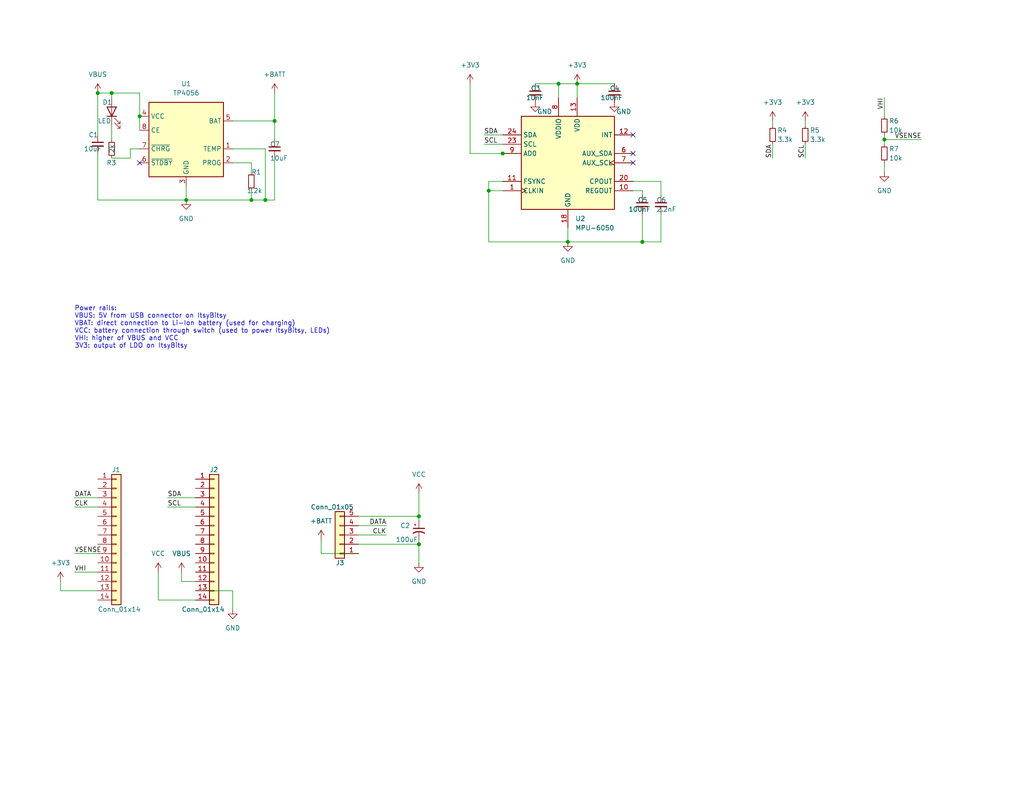
<source format=kicad_sch>
(kicad_sch (version 20211123) (generator eeschema)
  (paper "USLetter")
  (lib_symbols
    (symbol "Connector_Generic:Conn_01x05" (pin_names (offset 1.016) hide)
      (property "Reference" "J" (at 0 7.62 0))
      (property "Value" "Conn_01x05" (at 0 -7.62 0))
      (symbol "Conn_01x05_1_1"
        (rectangle (start -1.27 -4.953) (end 0 -5.207) (stroke (width 0.1524)))
        (rectangle (start -1.27 -2.413) (end 0 -2.667) (stroke (width 0.1524)))
        (rectangle (start -1.27 0.127) (end 0 -0.127) (stroke (width 0.1524)))
        (rectangle (start -1.27 2.667) (end 0 2.413) (stroke (width 0.1524)))
        (rectangle (start -1.27 5.207) (end 0 4.953) (stroke (width 0.1524)))
        (rectangle (start -1.27 6.35) (end 1.27 -6.35) (stroke (width 0.254)) (fill (type background)))
        (pin passive line (at -5.08 5.08 0) (length 3.81) (name "Pin_1") (number "1"))
        (pin passive line (at -5.08 2.54 0) (length 3.81) (name "Pin_2") (number "2"))
        (pin passive line (at -5.08 0 0) (length 3.81) (name "Pin_3") (number "3"))
        (pin passive line (at -5.08 -2.54 0) (length 3.81) (name "Pin_4") (number "4"))
        (pin passive line (at -5.08 -5.08 0) (length 3.81) (name "Pin_5") (number "5"))
      )
    )
    (symbol "Connector_Generic:Conn_01x14" (pin_names (offset 1.016) hide)
      (property "Reference" "J" (at 0 17.78 0))
      (property "Value" "Conn_01x14" (at 0 -20.32 0))
      (symbol "Conn_01x14_1_1"
        (rectangle (start -1.27 -17.653) (end 0 -17.907) (stroke (width 0.1524)))
        (rectangle (start -1.27 -15.113) (end 0 -15.367) (stroke (width 0.1524)))
        (rectangle (start -1.27 -12.573) (end 0 -12.827) (stroke (width 0.1524)))
        (rectangle (start -1.27 -10.033) (end 0 -10.287) (stroke (width 0.1524)))
        (rectangle (start -1.27 -7.493) (end 0 -7.747) (stroke (width 0.1524)))
        (rectangle (start -1.27 -4.953) (end 0 -5.207) (stroke (width 0.1524)))
        (rectangle (start -1.27 -2.413) (end 0 -2.667) (stroke (width 0.1524)))
        (rectangle (start -1.27 0.127) (end 0 -0.127) (stroke (width 0.1524)))
        (rectangle (start -1.27 2.667) (end 0 2.413) (stroke (width 0.1524)))
        (rectangle (start -1.27 5.207) (end 0 4.953) (stroke (width 0.1524)))
        (rectangle (start -1.27 7.747) (end 0 7.493) (stroke (width 0.1524)))
        (rectangle (start -1.27 10.287) (end 0 10.033) (stroke (width 0.1524)))
        (rectangle (start -1.27 12.827) (end 0 12.573) (stroke (width 0.1524)))
        (rectangle (start -1.27 15.367) (end 0 15.113) (stroke (width 0.1524)))
        (rectangle (start -1.27 16.51) (end 1.27 -19.05) (stroke (width 0.254)) (fill (type background)))
        (pin passive line (at -5.08 15.24 0) (length 3.81) (name "Pin_1") (number "1"))
        (pin passive line (at -5.08 -7.62 0) (length 3.81) (name "Pin_10") (number "10"))
        (pin passive line (at -5.08 -10.16 0) (length 3.81) (name "Pin_11") (number "11"))
        (pin passive line (at -5.08 -12.7 0) (length 3.81) (name "Pin_12") (number "12"))
        (pin passive line (at -5.08 -15.24 0) (length 3.81) (name "Pin_13") (number "13"))
        (pin passive line (at -5.08 -17.78 0) (length 3.81) (name "Pin_14") (number "14"))
        (pin passive line (at -5.08 12.7 0) (length 3.81) (name "Pin_2") (number "2"))
        (pin passive line (at -5.08 10.16 0) (length 3.81) (name "Pin_3") (number "3"))
        (pin passive line (at -5.08 7.62 0) (length 3.81) (name "Pin_4") (number "4"))
        (pin passive line (at -5.08 5.08 0) (length 3.81) (name "Pin_5") (number "5"))
        (pin passive line (at -5.08 2.54 0) (length 3.81) (name "Pin_6") (number "6"))
        (pin passive line (at -5.08 0 0) (length 3.81) (name "Pin_7") (number "7"))
        (pin passive line (at -5.08 -2.54 0) (length 3.81) (name "Pin_8") (number "8"))
        (pin passive line (at -5.08 -5.08 0) (length 3.81) (name "Pin_9") (number "9"))
      )
    )
    (symbol "Device:C_Polarized_Small_US" (pin_numbers hide) (pin_names (offset 0.254) hide)
      (property "Reference" "C" (at 0.254 1.778 0))
      (property "Value" "C_Polarized_Small_US" (at 0.254 -2.032 0))
      (symbol "C_Polarized_Small_US_0_1"
        (polyline (pts (xy -1.524 0.508) (xy 1.524 0.508)) (stroke (width 0.3048)))
        (polyline (pts (xy -1.27 1.524) (xy -0.762 1.524)))
        (polyline (pts (xy -1.016 1.27) (xy -1.016 1.778)))
        (arc (start 1.524 -0.762) (mid 0 -0.3734) (end -1.524 -0.762) (stroke (width 0.3048)))
      )
      (symbol "C_Polarized_Small_US_1_1"
        (pin passive line (at 0 2.54 270) (length 2.032) (name "~") (number "1"))
        (pin passive line (at 0 -2.54 90) (length 2.032) (name "~") (number "2"))
      )
    )
    (symbol "Device:C_Small" (pin_numbers hide) (pin_names (offset 0.254) hide)
      (property "Reference" "C" (at 0.254 1.778 0))
      (property "Value" "C_Small" (at 0.254 -2.032 0))
      (symbol "C_Small_0_1"
        (polyline (pts (xy -1.524 -0.508) (xy 1.524 -0.508)) (stroke (width 0.3302)))
        (polyline (pts (xy -1.524 0.508) (xy 1.524 0.508)) (stroke (width 0.3048)))
      )
      (symbol "C_Small_1_1"
        (pin passive line (at 0 2.54 270) (length 2.032) (name "~") (number "1"))
        (pin passive line (at 0 -2.54 90) (length 2.032) (name "~") (number "2"))
      )
    )
    (symbol "Device:LED" (pin_numbers hide) (pin_names (offset 1.016) hide)
      (property "Reference" "D" (at 0 2.54 0))
      (property "Value" "LED" (at 0 -2.54 0))
      (symbol "LED_0_1"
        (polyline (pts (xy -1.27 -1.27) (xy -1.27 1.27)) (stroke (width 0.254)))
        (polyline (pts (xy -1.27 0) (xy 1.27 0)))
        (polyline (pts (xy 1.27 -1.27) (xy 1.27 1.27) (xy -1.27 0) (xy 1.27 -1.27)) (stroke (width 0.254)))
        (polyline (pts (xy -3.048 -0.762) (xy -4.572 -2.286) (xy -3.81 -2.286) (xy -4.572 -2.286) (xy -4.572 -1.524)))
        (polyline (pts (xy -1.778 -0.762) (xy -3.302 -2.286) (xy -2.54 -2.286) (xy -3.302 -2.286) (xy -3.302 -1.524)))
      )
      (symbol "LED_1_1"
        (pin passive line (at -3.81 0 0) (length 2.54) (name "K") (number "1"))
        (pin passive line (at 3.81 0 180) (length 2.54) (name "A") (number "2"))
      )
    )
    (symbol "Device:R_Small" (pin_numbers hide) (pin_names (offset 0.254) hide)
      (property "Reference" "R" (at 0.762 0.508 0))
      (property "Value" "R_Small" (at 0.762 -1.016 0))
      (symbol "R_Small_0_1"
        (rectangle (start -0.762 1.778) (end 0.762 -1.778) (stroke (width 0.2032)))
      )
      (symbol "R_Small_1_1"
        (pin passive line (at 0 2.54 270) (length 0.762) (name "~") (number "1"))
        (pin passive line (at 0 -2.54 90) (length 0.762) (name "~") (number "2"))
      )
    )
    (symbol "Sensor_Motion:MPU-6050"
      (property "Reference" "U" (at -11.43 13.97 0))
      (property "Value" "MPU-6050" (at 7.62 -13.97 0))
      (symbol "MPU-6050_0_1"
        (rectangle (start -12.7 12.7) (end 12.7 -12.7) (stroke (width 0.254)) (fill (type background)))
      )
      (symbol "MPU-6050_1_1"
        (pin input clock (at -17.78 -7.62 0) (length 5.08) (name "CLKIN") (number "1"))
        (pin passive line (at 17.78 -7.62 180) (length 5.08) (name "REGOUT") (number "10"))
        (pin input line (at -17.78 -5.08 0) (length 5.08) (name "FSYNC") (number "11"))
        (pin output line (at 17.78 7.62 180) (length 5.08) (name "INT") (number "12"))
        (pin power_in line (at 2.54 17.78 270) (length 5.08) (name "VDD") (number "13"))
        (pin power_in line (at 0 -17.78 90) (length 5.08) (name "GND") (number "18"))
        (pin passive line (at 17.78 -5.08 180) (length 5.08) (name "CPOUT") (number "20"))
        (pin input line (at -17.78 5.08 0) (length 5.08) (name "SCL") (number "23"))
        (pin bidirectional line (at -17.78 7.62 0) (length 5.08) (name "SDA") (number "24"))
        (pin bidirectional line (at 17.78 2.54 180) (length 5.08) (name "AUX_SDA") (number "6"))
        (pin output clock (at 17.78 0 180) (length 5.08) (name "AUX_SCL") (number "7"))
        (pin power_in line (at -2.54 17.78 270) (length 5.08) (name "VDDIO") (number "8"))
        (pin input line (at -17.78 2.54 0) (length 5.08) (name "AD0") (number "9"))
      )
    )
    (symbol "power:+3V3" (power) (pin_names (offset 0))
      (property "Value" "+3V3" (at 0 3.556 0))
      (symbol "+3V3_0_1"
        (polyline (pts (xy -0.762 1.27) (xy 0 2.54)))
        (polyline (pts (xy 0 0) (xy 0 2.54)))
        (polyline (pts (xy 0 2.54) (xy 0.762 1.27)))
      )
      (symbol "+3V3_1_1"
        (pin power_in line (at 0 0 90) (length 0) hide (name "+3V3") (number "1"))
      )
    )
    (symbol "power:+BATT" (power) (pin_names (offset 0))
      (property "Value" "+BATT" (at 0 3.556 0))
      (symbol "+BATT_0_1"
        (polyline (pts (xy -0.762 1.27) (xy 0 2.54)))
        (polyline (pts (xy 0 0) (xy 0 2.54)))
        (polyline (pts (xy 0 2.54) (xy 0.762 1.27)))
      )
      (symbol "+BATT_1_1"
        (pin power_in line (at 0 0 90) (length 0) hide (name "+BATT") (number "1"))
      )
    )
    (symbol "power:GND" (power) (pin_names (offset 0))
      (property "Value" "GND" (at 0 -3.81 0))
      (symbol "GND_0_1"
        (polyline (pts (xy 0 0) (xy 0 -1.27) (xy 1.27 -1.27) (xy 0 -2.54) (xy -1.27 -1.27) (xy 0 -1.27)))
      )
      (symbol "GND_1_1"
        (pin power_in line (at 0 0 270) (length 0) hide (name "GND") (number "1"))
      )
    )
    (symbol "power:VBUS" (power) (pin_names (offset 0))
      (property "Value" "VBUS" (at 0 3.81 0))
      (symbol "VBUS_0_1"
        (polyline (pts (xy -0.762 1.27) (xy 0 2.54)))
        (polyline (pts (xy 0 0) (xy 0 2.54)))
        (polyline (pts (xy 0 2.54) (xy 0.762 1.27)))
      )
      (symbol "VBUS_1_1"
        (pin power_in line (at 0 0 90) (length 0) hide (name "VBUS") (number "1"))
      )
    )
    (symbol "power:VCC" (power) (pin_names (offset 0))
      (property "Value" "VCC" (at 0 3.81 0))
      (symbol "VCC_0_1"
        (polyline (pts (xy -0.762 1.27) (xy 0 2.54)))
        (polyline (pts (xy 0 0) (xy 0 2.54)))
        (polyline (pts (xy 0 2.54) (xy 0.762 1.27)))
      )
      (symbol "VCC_1_1"
        (pin power_in line (at 0 0 90) (length 0) hide (name "VCC") (number "1"))
      )
    )
    (symbol "shurik-personal:TP4056"
      (property "Reference" "U1" (at 0 15.24 0))
      (property "Value" "TP4056" (at 0 12.7 0))
      (symbol "TP4056_0_1"
        (rectangle (start -10.16 10.16) (end 10.16 -10.16) (stroke (width 0.254)) (fill (type background)))
      )
      (symbol "TP4056_1_1"
        (pin passive line (at 12.7 -2.54 180) (length 2.54) (name "TEMP") (number "1"))
        (pin passive line (at 12.7 -6.35 180) (length 2.54) (name "PROG") (number "2"))
        (pin power_in line (at 0 -12.7 90) (length 2.54) (name "GND") (number "3"))
        (pin power_in line (at -12.7 6.35 0) (length 2.54) (name "VCC") (number "4"))
        (pin power_out line (at 12.7 5.08 180) (length 2.54) (name "BAT") (number "5"))
        (pin passive line (at -12.7 -6.35 0) (length 2.54) (name "~{STDBY}") (number "6"))
        (pin passive line (at -12.7 -2.54 0) (length 2.54) (name "~{CHRG}") (number "7"))
        (pin passive line (at -12.7 2.54 0) (length 2.54) (name "CE") (number "8"))
        (pin power_in line (at 0 -12.7 90) (length 2.54) hide (name "EP") (number "9"))
      )
    )
  )
  (junction (at 133.35 52.07))
  (junction (at 38.1 31.75))
  (junction (at 74.93 33.02))
  (junction (at 241.3 38.1))
  (junction (at 114.3 148.59))
  (junction (at 68.58 54.61))
  (junction (at 152.4 22.86))
  (junction (at 30.48 25.4))
  (junction (at 137.16 41.91))
  (junction (at 72.39 54.61))
  (junction (at 175.26 66.04))
  (junction (at 154.94 66.04))
  (junction (at 50.8 54.61))
  (junction (at 26.67 25.4))
  (junction (at 114.3 140.97))
  (junction (at 157.48 22.86))
  (no_connect (at 38.1 44.45))
  (no_connect (at 172.72 41.91))
  (no_connect (at 172.72 36.83))
  (no_connect (at 172.72 44.45))
  (wire (pts (xy 146.05 22.86) (xy 152.4 22.86)))
  (wire (pts (xy 97.79 148.59) (xy 114.3 148.59)))
  (wire (pts (xy 72.39 40.64) (xy 72.39 54.61)))
  (wire (pts (xy 132.08 39.37) (xy 137.16 39.37)))
  (wire (pts (xy 20.32 135.89) (xy 26.67 135.89)))
  (wire (pts (xy 97.79 140.97) (xy 114.3 140.97)))
  (wire (pts (xy 241.3 26.67) (xy 241.3 31.75)))
  (wire (pts (xy 210.82 33.02) (xy 210.82 34.29)))
  (wire (pts (xy 152.4 22.86) (xy 157.48 22.86)))
  (wire (pts (xy 53.34 163.83) (xy 43.18 163.83)))
  (wire (pts (xy 74.93 25.4) (xy 74.93 33.02)))
  (wire (pts (xy 38.1 25.4) (xy 38.1 31.75)))
  (wire (pts (xy 137.16 41.91) (xy 128.27 41.91)))
  (wire (pts (xy 26.67 25.4) (xy 30.48 25.4)))
  (wire (pts (xy 20.32 156.21) (xy 26.67 156.21)))
  (wire (pts (xy 45.72 138.43) (xy 53.34 138.43)))
  (wire (pts (xy 38.1 31.75) (xy 38.1 35.56)))
  (wire (pts (xy 30.48 25.4) (xy 38.1 25.4)))
  (wire (pts (xy 210.82 39.37) (xy 210.82 43.18)))
  (wire (pts (xy 133.35 52.07) (xy 133.35 66.04)))
  (wire (pts (xy 154.94 62.23) (xy 154.94 66.04)))
  (wire (pts (xy 38.1 40.64) (xy 35.56 40.64)))
  (wire (pts (xy 114.3 147.32) (xy 114.3 148.59)))
  (wire (pts (xy 241.3 38.1) (xy 251.46 38.1)))
  (wire (pts (xy 172.72 49.53) (xy 180.34 49.53)))
  (wire (pts (xy 63.5 33.02) (xy 74.93 33.02)))
  (wire (pts (xy 128.27 22.86) (xy 128.27 41.91)))
  (wire (pts (xy 26.67 161.29) (xy 16.51 161.29)))
  (wire (pts (xy 114.3 148.59) (xy 114.3 153.67)))
  (wire (pts (xy 68.58 52.07) (xy 68.58 54.61)))
  (wire (pts (xy 20.32 151.13) (xy 26.67 151.13)))
  (wire (pts (xy 68.58 44.45) (xy 68.58 46.99)))
  (wire (pts (xy 87.63 147.32) (xy 87.63 151.13)))
  (wire (pts (xy 53.34 161.29) (xy 63.5 161.29)))
  (wire (pts (xy 16.51 158.75) (xy 16.51 161.29)))
  (wire (pts (xy 140.97 41.91) (xy 137.16 41.91)))
  (wire (pts (xy 35.56 40.64) (xy 35.56 43.18)))
  (wire (pts (xy 241.3 44.45) (xy 241.3 46.99)))
  (wire (pts (xy 50.8 50.8) (xy 50.8 54.61)))
  (wire (pts (xy 63.5 161.29) (xy 63.5 166.37)))
  (wire (pts (xy 63.5 40.64) (xy 72.39 40.64)))
  (wire (pts (xy 114.3 140.97) (xy 114.3 142.24)))
  (wire (pts (xy 26.67 25.4) (xy 26.67 36.83)))
  (wire (pts (xy 172.72 52.07) (xy 175.26 52.07)))
  (wire (pts (xy 180.34 49.53) (xy 180.34 53.34)))
  (wire (pts (xy 45.72 135.89) (xy 53.34 135.89)))
  (wire (pts (xy 219.71 39.37) (xy 219.71 43.18)))
  (wire (pts (xy 87.63 151.13) (xy 97.79 151.13)))
  (wire (pts (xy 180.34 66.04) (xy 180.34 58.42)))
  (wire (pts (xy 26.67 54.61) (xy 50.8 54.61)))
  (wire (pts (xy 157.48 22.86) (xy 167.64 22.86)))
  (wire (pts (xy 26.67 41.91) (xy 26.67 54.61)))
  (wire (pts (xy 175.26 58.42) (xy 175.26 66.04)))
  (wire (pts (xy 132.08 36.83) (xy 137.16 36.83)))
  (wire (pts (xy 43.18 156.21) (xy 43.18 163.83)))
  (wire (pts (xy 137.16 49.53) (xy 133.35 49.53)))
  (wire (pts (xy 49.53 156.21) (xy 49.53 158.75)))
  (wire (pts (xy 53.34 158.75) (xy 49.53 158.75)))
  (wire (pts (xy 72.39 54.61) (xy 68.58 54.61)))
  (wire (pts (xy 241.3 38.1) (xy 241.3 39.37)))
  (wire (pts (xy 74.93 54.61) (xy 72.39 54.61)))
  (wire (pts (xy 152.4 26.67) (xy 152.4 22.86)))
  (wire (pts (xy 30.48 25.4) (xy 30.48 26.67)))
  (wire (pts (xy 154.94 66.04) (xy 175.26 66.04)))
  (wire (pts (xy 219.71 33.02) (xy 219.71 34.29)))
  (wire (pts (xy 74.93 33.02) (xy 74.93 38.1)))
  (wire (pts (xy 20.32 138.43) (xy 26.67 138.43)))
  (wire (pts (xy 63.5 44.45) (xy 68.58 44.45)))
  (wire (pts (xy 157.48 22.86) (xy 157.48 26.67)))
  (wire (pts (xy 30.48 34.29) (xy 30.48 38.1)))
  (wire (pts (xy 133.35 52.07) (xy 137.16 52.07)))
  (wire (pts (xy 175.26 52.07) (xy 175.26 53.34)))
  (wire (pts (xy 74.93 43.18) (xy 74.93 54.61)))
  (wire (pts (xy 50.8 54.61) (xy 68.58 54.61)))
  (wire (pts (xy 241.3 36.83) (xy 241.3 38.1)))
  (wire (pts (xy 175.26 66.04) (xy 180.34 66.04)))
  (wire (pts (xy 35.56 43.18) (xy 30.48 43.18)))
  (wire (pts (xy 133.35 66.04) (xy 154.94 66.04)))
  (wire (pts (xy 97.79 143.51) (xy 105.41 143.51)))
  (wire (pts (xy 97.79 146.05) (xy 105.41 146.05)))
  (wire (pts (xy 114.3 134.62) (xy 114.3 140.97)))
  (wire (pts (xy 133.35 49.53) (xy 133.35 52.07)))
  (text "Power rails:\nVBUS: 5V from USB connector on ItsyBitsy\nVBAT: direct connection to Li-Ion battery (used for charging)\nVCC: battery connection through switch (used to power ItsyBitsy, LEDs)\nVHI: higher of VBUS and VCC\n3V3: output of LDO on ItsyBitsy" (at 20.32 95.25 0) (effects (font (size 1.27 1.27)) (justify left bottom)))
  (label "VSENSE" (at 251.46 38.1 180))
  (label "VHI" (at 20.32 156.21 0))
  (label "VHI" (at 241.3 26.67 270))
  (label "SCL" (at 132.08 39.37 0))
  (label "VSENSE" (at 20.32 151.13 0))
  (label "CLK" (at 20.32 138.43 0))
  (label "DATA" (at 20.32 135.89 0))
  (label "DATA" (at 105.41 143.51 180))
  (label "SDA" (at 132.08 36.83 0))
  (label "SCL" (at 45.72 138.43 0))
  (label "CLK" (at 105.41 146.05 180))
  (label "SDA" (at 45.72 135.89 0))
  (label "SCL" (at 219.71 43.18 90))
  (label "SDA" (at 210.82 43.18 90))
  (symbol (lib_id "Device:C_Polarized_Small_US") (at 114.3 144.78 0) (unit 1)
    (property "Reference" "C2" (at 109.22 143.51 0) (effects (justify left)))
    (property "Value" "100uF" (at 107.95 147.32 0) (effects (justify left)))
    (property "Footprint" "Capacitor_THT:CP_Radial_D6.3mm_P2.50mm" (effects hide))
    (property "LCSC" "C43804" (effects hide))
  )
  (symbol (lib_id "power:+3V3") (at 128.27 22.86 0) (unit 1)
    (property "Reference" "#PWR0108" (effects hide))
    (property "Value" "+3V3" (at 128.27 17.78 0))
  )
  (symbol (lib_id "power:+BATT") (at 74.93 25.4 0) (unit 1)
    (property "Reference" "#PWR0103" (effects hide))
    (property "Value" "+BATT" (at 74.93 20.32 0))
  )
  (symbol (lib_id "Device:C_Small") (at 180.34 55.88 0) (unit 1)
    (property "Reference" "C6" (at 179.07 54.61 0) (effects (justify left)))
    (property "Value" "2.2nF" (at 179.07 57.15 0) (effects (justify left)))
    (property "Footprint" "Capacitor_SMD:C_0603_1608Metric" (effects hide))
    (property "LCSC" "C1604" (effects hide))
  )
  (symbol (lib_id "Device:LED") (at 30.48 30.48 90) (unit 1)
    (property "Reference" "D1" (at 27.94 27.94 90) (effects (justify right)))
    (property "Value" "LED" (at 26.67 33.02 90) (effects (justify right)))
    (property "Footprint" "LED_SMD:LED_0603_1608Metric" (effects hide))
    (property "LCSC" "C72038" (effects hide))
  )
  (symbol (lib_id "Device:R_Small") (at 241.3 34.29 0) (unit 1)
    (property "Reference" "R6" (at 242.57 33.02 0) (effects (justify left)))
    (property "Value" "10k" (at 242.57 35.56 0) (effects (justify left)))
    (property "Footprint" "Resistor_SMD:R_0603_1608Metric" (effects hide))
    (property "LCSC" "C25804" (effects hide))
  )
  (symbol (lib_id "Sensor_Motion:MPU-6050") (at 154.94 44.45 0) (unit 1)
    (property "Reference" "U2" (at 156.9594 59.69 0) (effects (justify left)))
    (property "Value" "MPU-6050" (at 156.9594 62.23 0) (effects (justify left)))
    (property "Footprint" "Sensor_Motion:InvenSense_QFN-24_4x4mm_P0.5mm" (effects hide))
    (property "Datasheet" "https://store.invensense.com/datasheets/invensense/MPU-6050_DataSheet_V3%204.pdf" (effects hide))
    (property "LCSC" "C24112" (effects hide))
    (property "Manufacturer" "TDK Invensense" (effects hide))
  )
  (symbol (lib_id "Device:C_Small") (at 175.26 55.88 0) (unit 1)
    (property "Reference" "C5" (at 173.99 54.61 0) (effects (justify left)))
    (property "Value" "100nF" (at 171.45 57.15 0) (effects (justify left)))
    (property "Footprint" "Capacitor_SMD:C_0603_1608Metric" (effects hide))
    (property "LCSC" "C14663" (effects hide))
  )
  (symbol (lib_id "Device:C_Small") (at 26.67 39.37 0) (unit 1)
    (property "Reference" "C1" (at 24.13 36.83 0) (effects (justify left)))
    (property "Value" "10uF" (at 22.86 40.64 0) (effects (justify left)))
    (property "Footprint" "Capacitor_SMD:C_0805_2012Metric" (effects hide))
    (property "LCSC" "C15850" (effects hide))
  )
  (symbol (lib_id "power:GND") (at 50.8 54.61 0) (unit 1)
    (property "Reference" "#PWR0101" (effects hide))
    (property "Value" "GND" (at 50.8 59.69 0))
  )
  (symbol (lib_id "power:+3V3") (at 157.48 22.86 0) (unit 1)
    (property "Reference" "#PWR0110" (effects hide))
    (property "Value" "+3V3" (at 157.48 17.78 0))
  )
  (symbol (lib_id "power:GND") (at 241.3 46.99 0) (unit 1)
    (property "Reference" "#PWR0113" (effects hide))
    (property "Value" "GND" (at 241.3 52.07 0))
  )
  (symbol (lib_id "Connector_Generic:Conn_01x05") (at 92.71 146.05 180) (unit 1)
    (property "Reference" "J3" (at 93.98 153.67 0) (effects (justify left)))
    (property "Value" "Conn_01x05" (at 96.52 138.43 0) (effects (justify left)))
    (property "Footprint" "Connector_JST:JST_XH_B5B-XH-A_1x05_P2.50mm_Vertical" (effects hide))
  )
  (symbol (lib_id "power:+3V3") (at 16.51 158.75 0) (unit 1)
    (property "Reference" "#PWR0109" (effects hide))
    (property "Value" "+3V3" (at 16.51 153.67 0))
  )
  (symbol (lib_id "Device:C_Small") (at 74.93 40.64 0) (unit 1)
    (property "Reference" "C7" (at 73.66 39.37 0) (effects (justify left)))
    (property "Value" "10uF" (at 73.66 43.18 0) (effects (justify left)))
    (property "Footprint" "Capacitor_SMD:C_0805_2012Metric" (effects hide))
    (property "LCSC" "C15850" (effects hide))
  )
  (symbol (lib_id "Device:C_Small") (at 167.64 25.4 0) (unit 1)
    (property "Reference" "C4" (at 166.37 24.13 0) (effects (justify left)))
    (property "Value" "100nF" (at 163.83 26.67 0) (effects (justify left)))
    (property "Footprint" "Capacitor_SMD:C_0603_1608Metric" (effects hide))
    (property "LCSC" "C14663" (effects hide))
  )
  (symbol (lib_id "Device:C_Small") (at 146.05 25.4 0) (unit 1)
    (property "Reference" "C3" (at 144.78 24.13 0) (effects (justify left)))
    (property "Value" "10nF" (at 143.51 26.67 0) (effects (justify left)))
    (property "Footprint" "Capacitor_SMD:C_0603_1608Metric" (effects hide))
    (property "LCSC" "C57112" (effects hide))
  )
  (symbol (lib_id "Connector_Generic:Conn_01x14") (at 31.75 146.05 0) (unit 1)
    (property "Reference" "J1" (at 30.48 128.27 0) (effects (justify left)))
    (property "Value" "Conn_01x14" (at 26.67 166.37 0) (effects (justify left)))
    (property "Footprint" "Connector_PinSocket_2.54mm:PinSocket_1x14_P2.54mm_Vertical" (effects hide))
  )
  (symbol (lib_id "power:+BATT") (at 87.63 147.32 0) (unit 1)
    (property "Reference" "#PWR0118" (effects hide))
    (property "Value" "+BATT" (at 87.63 142.24 0))
  )
  (symbol (lib_id "power:+3V3") (at 210.82 33.02 0) (unit 1)
    (property "Reference" "#PWR0111" (effects hide))
    (property "Value" "+3V3" (at 210.82 27.94 0))
  )
  (symbol (lib_id "power:VBUS") (at 26.67 25.4 0) (unit 1)
    (property "Reference" "#PWR0102" (effects hide))
    (property "Value" "VBUS" (at 26.67 20.32 0))
  )
  (symbol (lib_id "Device:R_Small") (at 241.3 41.91 0) (unit 1)
    (property "Reference" "R7" (at 242.57 40.64 0) (effects (justify left)))
    (property "Value" "10k" (at 242.57 43.18 0) (effects (justify left)))
    (property "Footprint" "Resistor_SMD:R_0603_1608Metric" (effects hide))
    (property "LCSC" "C25804" (effects hide))
  )
  (symbol (lib_id "Device:R_Small") (at 210.82 36.83 0) (unit 1)
    (property "Reference" "R4" (at 212.09 35.56 0) (effects (justify left)))
    (property "Value" "3.3k" (at 212.09 38.1 0) (effects (justify left)))
    (property "Footprint" "Resistor_SMD:R_0603_1608Metric" (effects hide))
    (property "LCSC" "C22978" (effects hide))
  )
  (symbol (lib_id "power:VCC") (at 43.18 156.21 0) (unit 1)
    (property "Reference" "#PWR0115" (effects hide))
    (property "Value" "VCC" (at 43.18 151.13 0))
  )
  (symbol (lib_id "Device:R_Small") (at 219.71 36.83 0) (unit 1)
    (property "Reference" "R5" (at 220.98 35.56 0) (effects (justify left)))
    (property "Value" "3.3k" (at 220.98 38.1 0) (effects (justify left)))
    (property "Footprint" "Resistor_SMD:R_0603_1608Metric" (effects hide))
    (property "LCSC" "C22978" (effects hide))
  )
  (symbol (lib_id "power:GND") (at 167.64 27.94 0) (unit 1)
    (property "Reference" "#PWR0105" (effects hide))
    (property "Value" "GND" (at 170.18 30.48 0))
  )
  (symbol (lib_id "power:VBUS") (at 49.53 156.21 0) (unit 1)
    (property "Reference" "#PWR0114" (effects hide))
    (property "Value" "VBUS" (at 49.53 151.13 0))
  )
  (symbol (lib_id "Connector_Generic:Conn_01x14") (at 58.42 146.05 0) (unit 1)
    (property "Reference" "J2" (at 57.15 128.27 0) (effects (justify left)))
    (property "Value" "Conn_01x14" (at 49.53 166.37 0) (effects (justify left)))
    (property "Footprint" "Connector_PinSocket_2.54mm:PinSocket_1x14_P2.54mm_Vertical" (effects hide))
  )
  (symbol (lib_id "Device:R_Small") (at 30.48 40.64 180) (unit 1)
    (property "Reference" "R3" (at 31.75 44.45 0) (effects (justify left)))
    (property "Value" "2k" (at 30.48 39.37 90) (effects (justify left)))
    (property "Footprint" "Resistor_SMD:R_0603_1608Metric" (effects hide))
    (property "LCSC" "C22975" (effects hide))
  )
  (symbol (lib_id "power:GND") (at 154.94 66.04 0) (unit 1)
    (property "Reference" "#PWR0107" (effects hide))
    (property "Value" "GND" (at 154.94 71.12 0))
  )
  (symbol (lib_id "power:VCC") (at 114.3 134.62 0) (unit 1)
    (property "Reference" "#PWR0119" (effects hide))
    (property "Value" "VCC" (at 114.3 129.54 0))
  )
  (symbol (lib_id "power:GND") (at 114.3 153.67 0) (unit 1)
    (property "Reference" "#PWR0117" (effects hide))
    (property "Value" "GND" (at 114.3 158.75 0))
  )
  (symbol (lib_id "shurik-personal:TP4056") (at 50.8 38.1 0) (unit 1)
    (property "Reference" "U1" (at 50.8 22.86 0))
    (property "Value" "TP4056" (at 50.8 25.4 0))
    (property "Footprint" "Package_SO:HSOP-8-1EP_3.9x4.9mm_P1.27mm_EP2.41x3.1mm_ThermalVias" (effects hide))
    (property "Datasheet" "http://www.tp4056.com/d/tp4056.pdf" (effects hide))
    (property "LCSC" "C16581" (effects hide))
  )
  (symbol (lib_id "power:GND") (at 63.5 166.37 0) (unit 1)
    (property "Reference" "#PWR0116" (effects hide))
    (property "Value" "GND" (at 63.5 171.45 0))
  )
  (symbol (lib_id "power:+3V3") (at 219.71 33.02 0) (unit 1)
    (property "Reference" "#PWR0112" (effects hide))
    (property "Value" "+3V3" (at 219.71 27.94 0))
  )
  (symbol (lib_id "Device:R_Small") (at 68.58 49.53 0) (unit 1)
    (property "Reference" "R1" (at 68.58 46.99 0) (effects (justify left)))
    (property "Value" "1.2k" (at 67.31 52.07 0) (effects (justify left)))
    (property "Footprint" "Resistor_SMD:R_0603_1608Metric" (effects hide))
    (property "LCSC" "C22765" (effects hide))
  )
  (symbol (lib_id "power:GND") (at 146.05 27.94 0) (unit 1)
    (property "Reference" "#PWR0106" (effects hide))
    (property "Value" "GND" (at 148.59 30.48 0))
  )
)
</source>
